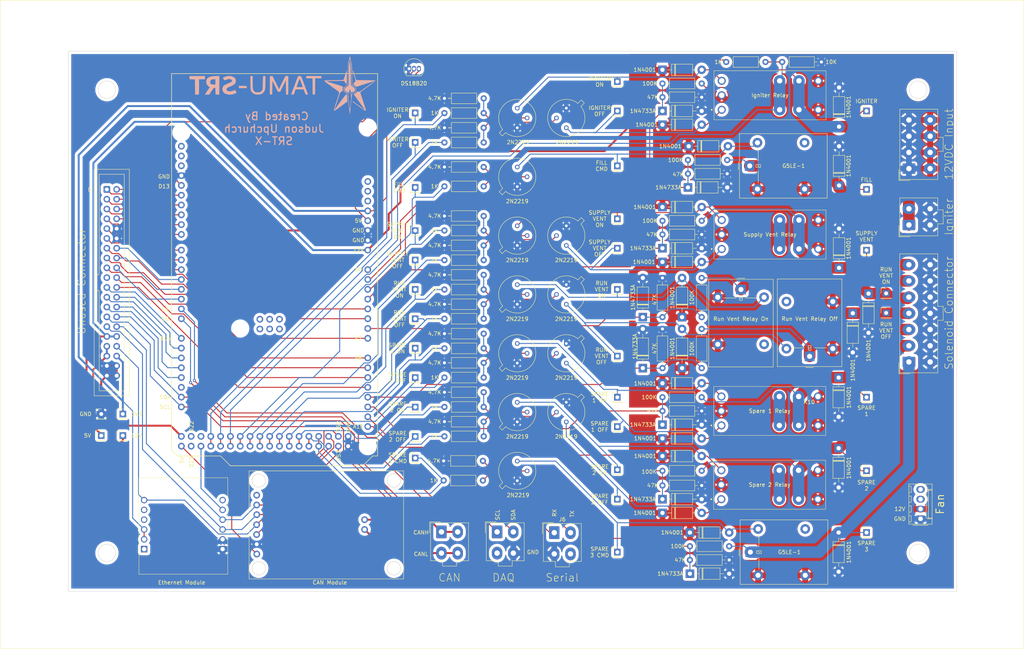
<source format=kicad_pcb>
(kicad_pcb (version 20211014) (generator pcbnew)

  (general
    (thickness 1.6)
  )

  (paper "User" 431.8 279.4)
  (layers
    (0 "F.Cu" signal)
    (31 "B.Cu" signal)
    (32 "B.Adhes" user "B.Adhesive")
    (33 "F.Adhes" user "F.Adhesive")
    (34 "B.Paste" user)
    (35 "F.Paste" user)
    (36 "B.SilkS" user "B.Silkscreen")
    (37 "F.SilkS" user "F.Silkscreen")
    (38 "B.Mask" user)
    (39 "F.Mask" user)
    (40 "Dwgs.User" user "User.Drawings")
    (41 "Cmts.User" user "User.Comments")
    (42 "Eco1.User" user "User.Eco1")
    (43 "Eco2.User" user "User.Eco2")
    (44 "Edge.Cuts" user)
    (45 "Margin" user)
    (46 "B.CrtYd" user "B.Courtyard")
    (47 "F.CrtYd" user "F.Courtyard")
    (48 "B.Fab" user)
    (49 "F.Fab" user)
    (50 "User.1" user)
    (51 "User.2" user)
    (52 "User.3" user)
    (53 "User.4" user)
    (54 "User.5" user)
    (55 "User.6" user)
    (56 "User.7" user)
    (57 "User.8" user)
    (58 "User.9" user)
  )

  (setup
    (stackup
      (layer "F.SilkS" (type "Top Silk Screen"))
      (layer "F.Paste" (type "Top Solder Paste"))
      (layer "F.Mask" (type "Top Solder Mask") (thickness 0.01))
      (layer "F.Cu" (type "copper") (thickness 0.035))
      (layer "dielectric 1" (type "core") (thickness 1.51) (material "FR4") (epsilon_r 4.5) (loss_tangent 0.02))
      (layer "B.Cu" (type "copper") (thickness 0.035))
      (layer "B.Mask" (type "Bottom Solder Mask") (thickness 0.01))
      (layer "B.Paste" (type "Bottom Solder Paste"))
      (layer "B.SilkS" (type "Bottom Silk Screen"))
      (copper_finish "None")
      (dielectric_constraints no)
    )
    (pad_to_mask_clearance 0)
    (grid_origin 106.68 151.13)
    (pcbplotparams
      (layerselection 0x00010fc_ffffffff)
      (disableapertmacros false)
      (usegerberextensions true)
      (usegerberattributes true)
      (usegerberadvancedattributes true)
      (creategerberjobfile false)
      (svguseinch false)
      (svgprecision 6)
      (excludeedgelayer true)
      (plotframeref false)
      (viasonmask false)
      (mode 1)
      (useauxorigin false)
      (hpglpennumber 1)
      (hpglpenspeed 20)
      (hpglpendiameter 15.000000)
      (dxfpolygonmode true)
      (dxfimperialunits true)
      (dxfusepcbnewfont true)
      (psnegative false)
      (psa4output false)
      (plotreference true)
      (plotvalue true)
      (plotinvisibletext false)
      (sketchpadsonfab false)
      (subtractmaskfromsilk true)
      (outputformat 1)
      (mirror false)
      (drillshape 0)
      (scaleselection 1)
      (outputdirectory "Gerber Files/")
    )
  )

  (net 0 "")
  (net 1 "+5V")
  (net 2 "GND")
  (net 3 "CAN CS")
  (net 4 "MISO")
  (net 5 "MOSI")
  (net 6 "SCK")
  (net 7 "unconnected-(CM1-Pad7)")
  (net 8 "CANL")
  (net 9 "CANH")
  (net 10 "+12V")
  (net 11 "Net-(D1-Pad2)")
  (net 12 "Supply Fill Voltage Check")
  (net 13 "Net-(D3-Pad2)")
  (net 14 "Net-(D4-Pad2)")
  (net 15 "Supply Vent +")
  (net 16 "Supply Vent Voltage Check")
  (net 17 "Net-(D10-Pad2)")
  (net 18 "Net-(D11-Pad2)")
  (net 19 "Net-(D12-Pad2)")
  (net 20 "Net-(D13-Pad2)")
  (net 21 "Supply Fill +")
  (net 22 "Spare 1 Voltage Check")
  (net 23 "Spare 2 Voltage Check")
  (net 24 "Net-(D18-Pad2)")
  (net 25 "Spare 3 Voltage Check")
  (net 26 "Spare 1 +")
  (net 27 "Spare 2 +")
  (net 28 "Spare 3 +")
  (net 29 "Net-(D23-Pad2)")
  (net 30 "Net-(D24-Pad2)")
  (net 31 "Igniter Voltage Check")
  (net 32 "SDA")
  (net 33 "SCL")
  (net 34 "unconnected-(J1-Pad3)")
  (net 35 "Igniter +")
  (net 36 "Igniter Resistance Measurement")
  (net 37 "unconnected-(K2-Pad4)")
  (net 38 "Net-(K3-Pad2)")
  (net 39 "Net-(K5-Pad2)")
  (net 40 "Net-(K6-Pad2)")
  (net 41 "unconnected-(K7-Pad4)")
  (net 42 "unconnected-(M1-Pad3)")
  (net 43 "unconnected-(M1-Pad4)")
  (net 44 "Net-(Q1-Pad2)")
  (net 45 "Net-(Q2-Pad2)")
  (net 46 "Net-(Q3-Pad2)")
  (net 47 "Net-(Q4-Pad2)")
  (net 48 "Net-(Q7-Pad2)")
  (net 49 "Net-(Q8-Pad2)")
  (net 50 "Net-(Q9-Pad2)")
  (net 51 "Net-(Q10-Pad2)")
  (net 52 "Net-(Q11-Pad2)")
  (net 53 "Net-(Q12-Pad2)")
  (net 54 "Supply Vent CMD ON")
  (net 55 "Supply Vent CMD OFF")
  (net 56 "Run Vent CMD ON")
  (net 57 "Run Vent CMD OFF")
  (net 58 "Spare 3 CMD")
  (net 59 "Spare 1 CMD ON")
  (net 60 "Spare 1 CMD OFF")
  (net 61 "Spare 2 CMD ON")
  (net 62 "Spare 2 CMD OFF")
  (net 63 "Igniter CMD ON")
  (net 64 "Igniter CMD OFF")
  (net 65 "+3V3")
  (net 66 "Temp Sensor")
  (net 67 "unconnected-(XA1-PadRST2)")
  (net 68 "unconnected-(XA1-PadGND4)")
  (net 69 "unconnected-(XA1-PadMOSI)")
  (net 70 "unconnected-(XA1-PadSCK)")
  (net 71 "unconnected-(XA1-Pad5V2)")
  (net 72 "unconnected-(XA1-PadRST1)")
  (net 73 "unconnected-(XA1-PadIORF)")
  (net 74 "Run Vent OFF Voltage Check")
  (net 75 "Run Vent ON Voltage Check")
  (net 76 "D5")
  (net 77 "D6")
  (net 78 "D7")
  (net 79 "D8")
  (net 80 "unconnected-(XA1-PadAREF)")
  (net 81 "unconnected-(XA1-PadMISO)")
  (net 82 "unconnected-(XA1-PadD24)")
  (net 83 "unconnected-(XA1-PadD23)")
  (net 84 "D9")
  (net 85 "D10")
  (net 86 "D11")
  (net 87 "unconnected-(K10-Pad4)")
  (net 88 "unconnected-(K11-Pad4)")
  (net 89 "Supply Fill CMD")
  (net 90 "D0")
  (net 91 "D1")
  (net 92 "D14")
  (net 93 "D15")
  (net 94 "D16")
  (net 95 "D17")
  (net 96 "D18")
  (net 97 "D19")
  (net 98 "unconnected-(XA1-PadSCL)")
  (net 99 "unconnected-(XA1-PadSDA)")
  (net 100 "unconnected-(IC1-PadA6)")
  (net 101 "unconnected-(IC1-PadB1)")
  (net 102 "unconnected-(IC1-PadB4)")
  (net 103 "unconnected-(IC1-PadB5)")
  (net 104 "Ethernet CS")
  (net 105 "unconnected-(XA1-PadD22)")
  (net 106 "A8")
  (net 107 "A9")
  (net 108 "A10")
  (net 109 "A11")
  (net 110 "D2")
  (net 111 "D3")
  (net 112 "D4")
  (net 113 "D12")
  (net 114 "Net-(Q6-Pad2)")
  (net 115 "Net-(Q5-Pad2)")
  (net 116 "Net-(D5-Pad2)")
  (net 117 "Net-(D6-Pad2)")
  (net 118 "Run Vent OFF +")
  (net 119 "Run Vent ON +")
  (net 120 "unconnected-(J6-Pad4)")
  (net 121 "unconnected-(J5-Pad19)")
  (net 122 "A4")
  (net 123 "A5")
  (net 124 "A7")

  (footprint "Diode_THT:D_DO-41_SOD81_P10.16mm_Horizontal" (layer "F.Cu") (at 265.684 130.8855 -90))

  (footprint "Package_TO_SOT_THT:TO-39-3" (layer "F.Cu") (at 178.816 143.8 90))

  (footprint "Resistor_THT:R_Axial_DIN0207_L6.3mm_D2.5mm_P10.16mm_Horizontal" (layer "F.Cu") (at 170.126 139.99 180))

  (footprint "Diode_THT:D_DO-41_SOD81_P10.16mm_Horizontal" (layer "F.Cu") (at 211.328 131.9015 90))

  (footprint "Relay_THT:Relay_SPDT_Omron-G5LE-1" (layer "F.Cu") (at 236.728 124.738))

  (footprint "Connector_PinHeader_2.54mm:PinHeader_1x01_P2.54mm_Vertical" (layer "F.Cu") (at 204.724 179.07))

  (footprint "Connector_PinHeader_2.54mm:PinHeader_1x01_P2.54mm_Vertical" (layer "F.Cu") (at 204.724 70.866))

  (footprint "Connector_Molex:Molex_Mini-Fit_Jr_5566-04A_2x02_P4.20mm_Vertical" (layer "F.Cu") (at 159.19 187.54))

  (footprint "Connector_Molex:Molex_Mini-Fit_Jr_5566-08A_2x04_P4.20mm_Vertical" (layer "F.Cu") (at 280.214 93.422 90))

  (footprint "G5RLK1EDC12 Relay:G5RLK1EDC24" (layer "F.Cu") (at 231.648 179.07))

  (footprint "Diode_THT:D_DO-41_SOD81_P10.16mm_Horizontal" (layer "F.Cu") (at 262.128 82.55 90))

  (footprint "Resistor_THT:R_Axial_DIN0207_L6.3mm_D2.5mm_P10.16mm_Horizontal" (layer "F.Cu") (at 159.966 136.18))

  (footprint "Resistor_THT:R_Axial_DIN0207_L6.3mm_D2.5mm_P10.16mm_Horizontal" (layer "F.Cu") (at 170.126 162.79 180))

  (footprint "Connector_Molex:Molex_Mini-Fit_Jr_5566-04A_2x02_P4.20mm_Vertical" (layer "F.Cu") (at 188.4 187.742))

  (footprint "Connector_PinHeader_2.54mm:PinHeader_1x01_P2.54mm_Vertical" (layer "F.Cu") (at 152.4 98.298))

  (footprint "Package_TO_SOT_THT:TO-39-3" (layer "F.Cu") (at 178.816 128.56 90))

  (footprint "SPI Ethernet Module:USRES1" (layer "F.Cu") (at 102.54 192 180))

  (footprint "Diode_THT:D_DO-41_SOD81_P10.16mm_Horizontal" (layer "F.Cu") (at 216.408 179.07))

  (footprint "Diode_THT:D_DO-41_SOD81_P10.16mm_Horizontal" (layer "F.Cu") (at 216.408 182.626))

  (footprint "Connector_PinHeader_2.54mm:PinHeader_1x01_P2.54mm_Vertical" (layer "F.Cu") (at 204.724 160.274))

  (footprint "Connector_PinHeader_2.54mm:PinHeader_1x01_P2.54mm_Vertical" (layer "F.Cu") (at 152.4 86.614))

  (footprint "Connector_PinHeader_2.54mm:PinHeader_1x01_P2.54mm_Vertical" (layer "F.Cu") (at 76.708 162.584))

  (footprint "Resistor_THT:R_Axial_DIN0207_L6.3mm_D2.5mm_P10.16mm_Horizontal" (layer "F.Cu") (at 216.408 110.49))

  (footprint "Resistor_THT:R_Axial_DIN0207_L6.3mm_D2.5mm_P10.16mm_Horizontal" (layer "F.Cu") (at 159.966 151.36))

  (footprint "Diode_THT:D_DO-41_SOD81_P10.16mm_Horizontal" (layer "F.Cu") (at 216.408 149.029))

  (footprint "Resistor_THT:R_Axial_DIN0207_L6.3mm_D2.5mm_P10.16mm_Horizontal" (layer "F.Cu") (at 223.012 94.742))

  (footprint "Relay_THT:Relay_SPDT_Omron-G5LE-1" (layer "F.Cu") (at 239.0005 92.71 90))

  (footprint "Resistor_THT:R_Axial_DIN0207_L6.3mm_D2.5mm_P10.16mm_Horizontal" (layer "F.Cu") (at 159.766 169.14))

  (footprint "Connector_PinHeader_2.54mm:PinHeader_1x01_P2.54mm_Vertical" (layer "F.Cu") (at 269.24 114.554))

  (footprint "Diode_THT:D_DO-41_SOD81_P10.16mm_Horizontal" (layer "F.Cu") (at 211.328 145.1095 90))

  (footprint "Resistor_THT:R_Axial_DIN0207_L6.3mm_D2.5mm_P10.16mm_Horizontal" (layer "F.Cu") (at 159.966 158.98))

  (footprint "G5RLK1EDC12 Relay:G5RLK1EDC24" (layer "F.Cu") (at 231.67 159.96))

  (footprint "Resistor_THT:R_Axial_DIN0207_L6.3mm_D2.5mm_P10.16mm_Horizontal" (layer "F.Cu") (at 159.966 120.94))

  (footprint "Resistor_THT:R_Axial_DIN0207_L6.3mm_D2.5mm_P10.16mm_Horizontal" (layer "F.Cu") (at 226.568 134.9495 -90))

  (footprint "Diode_THT:D_DO-41_SOD81_P10.16mm_Horizontal" (layer "F.Cu") (at 216.408 159.766))

  (footprint "Diode_THT:D_DO-41_SOD81_P10.16mm_Horizontal" (layer "F.Cu") (at 223.012 98.298))

  (footprint "Package_TO_SOT_THT:TO-39-3" (layer "F.Cu") (at 191.516 123.48 -90))

  (footprint "Diode_THT:D_DO-41_SOD81_P10.16mm_Horizontal" (layer "F.Cu") (at 262.023 147.574 -90))

  (footprint "Resistor_THT:R_Axial_DIN0207_L6.3mm_D2.5mm_P10.16mm_Horizontal" (layer "F.Cu") (at 170.126 117.13 180))

  (footprint "Diode_THT:D_DO-41_SOD81_P10.16mm_Horizontal" (layer "F.Cu") (at 223.204 87.6215))

  (footprint "Connector_PinHeader_2.54mm:PinHeader_1x01_P2.54mm_Vertical" (layer "F.Cu") (at 204.724 114.046))

  (footprint "Diode_THT:D_DO-41_SOD81_P10.16mm_Horizontal" (layer "F.Cu") (at 216.408 78.486))

  (footprint "Diode_THT:D_DO-41_SOD81_P10.16mm_Horizontal" (layer "F.Cu") (at 216.408 114.046))

  (footprint "Resistor_THT:R_Axial_DIN0207_L6.3mm_D2.5mm_P10.16mm_Horizontal" (layer "F.Cu")
    (tedit 5AE5139B) (tstamp 59d52ef0-89ad-44f4-8254-7c5ca1e2ffca)
    (at 159.966 128.56)
    (descr "Resistor, Axial_DIN0207 series, Axial, Horizontal, pin pitch=10.16mm, 0.25W = 1/4W, length*diameter=6.3*2.5mm^2, http://cdn-reichelt.de/documents/datenblatt/B400/1_4W%23YAG.pdf")
    (tags "Resistor Axial_DIN0207 series Axial Horizontal pin pitch 10.16mm 0.25W = 1/4W length 6.3mm diameter 2.5mm")
    (property "Sheetfile" "File: Actuator Box.kicad_sch")
    (property "Sheetname" "")
    (path "/d963bc7d-32d7-4e87-af49-597b91051fc6")
    (attr through_hole)
    (fp_text reference "R6" (at 12.7 0) (layer "F.SilkS") hide
      (effects (font (size 1 1) (thickness 0.15)))
      (tstamp 15ca48ca-b7f8-4e75-be87-1593cb5f93ea)
    )
    (fp_text value "4.7K" (at -2.54 0) (layer "F.SilkS")
      (effects (font (size 1 1) (thickness 0.15)))
      (tstamp d8139fe1-71e3-408f-8dfc-3ddcab4ae355)
    )
    (fp_text user "${REFERENCE}" (at 5.08 0) (layer "F.Fab")
      (effects (font (size 1 1) (thickness 0.15)))
      (tstamp 15d77c4b-cfd5-44df-8579-bd902d64bc57)
    )
    (fp_line (start 1.81 -1.37) (end 1.81 1.37) (layer "F.SilkS") (width 0.12) (tstamp 07b34626-acc9-455e-a3f8-a466bfb5124f))
    (fp_line (start 1.81 1.37) (end 8.35 1.37) (layer "F.SilkS") (width 0.12) (tstamp 0cebf5fa-3670-43d7-b204-d83a48c6b30d))
    (fp_line (start 8.35 1.37) (end 8.35 -1.37) (layer "F.SilkS") (width 0.12) (tstamp 1f5f20c1-2251-47e6-b890-33885a683d20))
    (fp_line (start 1.04 0) (end 1.81 0) (layer "F.SilkS") (width 0.12) (tstamp 44e677bb-fb73-464b-9631-1d7bc1fb85a8))
    (fp_line (start 8.35 -1.37) (end 1.81 -1.37) (layer "F.SilkS") (width 0.12) (tstamp 91c166b4-34f2-427a-97c6-1d6a1b86e007))
    (fp_line (start 9.12 0) (end 8.35 0) (layer "F.SilkS") (width 0.12) (tstamp b2ce7ce3-a7f3-436d-a0d8-915d91734778))
    (fp_line (start 11.21 -1.5) (end -1.05 -1.5) (layer "F.CrtYd") (width 0.05) (tstamp 0807cd60-9661-460c-95fc-06928ef4b810))
    (fp_line (start -1.05 1.5) (end 11.21 1.5) (layer "F.CrtYd") (width 0.05) (tstamp 0e2ef4d0-b952-40b1-bc91-0984082d8613))
    (fp_line (start 11.21 1.5) (end 11.21 -1.5) (layer "F.CrtYd") (width 0.05) (tstamp 416df403-a8d0-41f5-8269-07ce9df6d3cb))
    (fp_line (start -1.05 -1.5) (end -1.05 1.5) (layer "F.CrtYd") (width 0.05) (tstamp 6c95392c
... [2527625 chars truncated]
</source>
